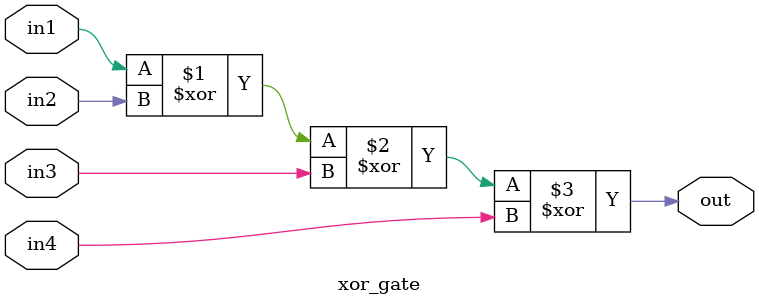
<source format=sv>
module top_module (
	input [3:0] in,
	output out_and,
	output out_or,
	output out_xor
);

and_gate and1 (
    .in1(in[0]),
    .in2(in[1]),
    .in3(in[2]),
    .in4(in[3]),
    .out(out_and)
);

or_gate or1 (
    .in1(in[0]),
    .in2(in[1]),
    .in3(in[2]),
    .in4(in[3]),
    .out(out_or)
);

xor_gate xor1 (
    .in1(in[0]),
    .in2(in[1]),
    .in3(in[2]),
    .in4(in[3]),
    .out(out_xor)
);

endmodule
module and_gate (
    input in1,
    input in2,
    input in3,
    input in4,
    output out
);
assign out = in1 & in2 & in3 & in4;
endmodule
module or_gate (
    input in1,
    input in2,
    input in3,
    input in4,
    output out
);
assign out = in1 | in2 | in3 | in4;
endmodule
module xor_gate (
    input in1,
    input in2,
    input in3,
    input in4,
    output out
);
assign out = in1 ^ in2 ^ in3 ^ in4;
endmodule

</source>
